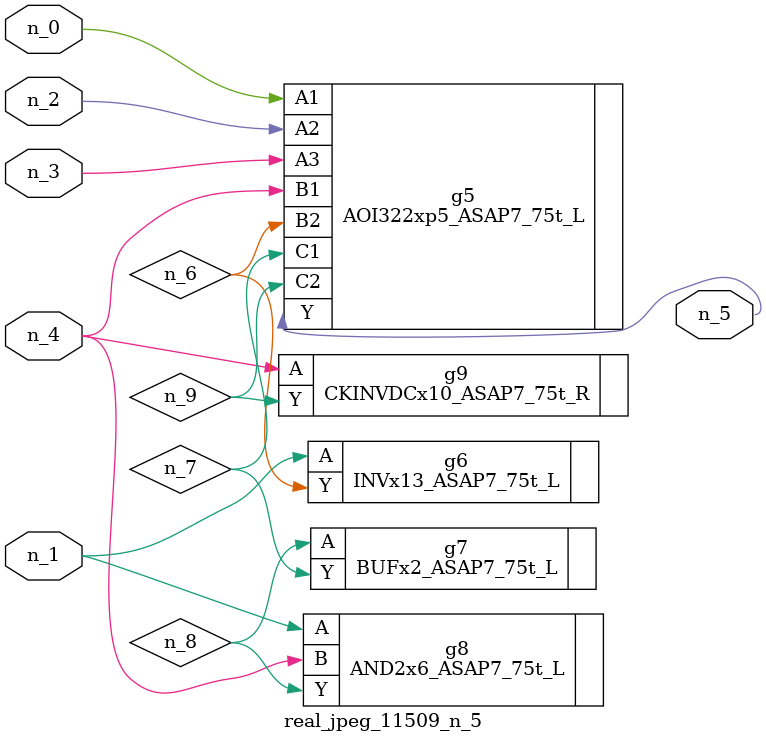
<source format=v>
module real_jpeg_11509_n_5 (n_4, n_0, n_1, n_2, n_3, n_5);

input n_4;
input n_0;
input n_1;
input n_2;
input n_3;

output n_5;

wire n_8;
wire n_6;
wire n_7;
wire n_9;

AOI322xp5_ASAP7_75t_L g5 ( 
.A1(n_0),
.A2(n_2),
.A3(n_3),
.B1(n_4),
.B2(n_6),
.C1(n_7),
.C2(n_9),
.Y(n_5)
);

INVx13_ASAP7_75t_L g6 ( 
.A(n_1),
.Y(n_6)
);

AND2x6_ASAP7_75t_L g8 ( 
.A(n_1),
.B(n_4),
.Y(n_8)
);

CKINVDCx10_ASAP7_75t_R g9 ( 
.A(n_4),
.Y(n_9)
);

BUFx2_ASAP7_75t_L g7 ( 
.A(n_8),
.Y(n_7)
);


endmodule
</source>
